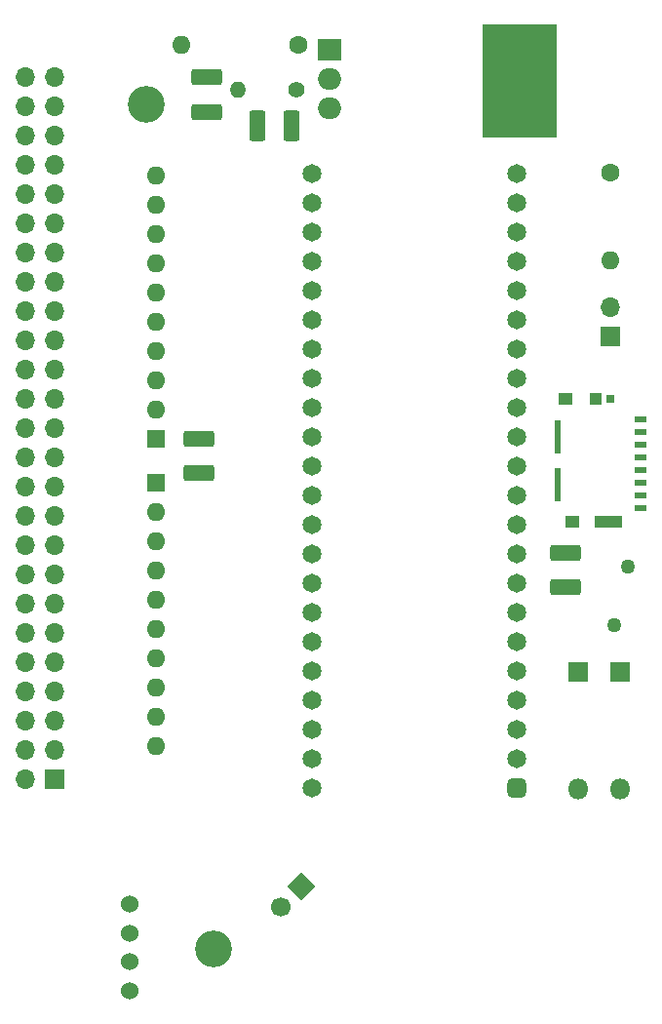
<source format=gbr>
%TF.GenerationSoftware,KiCad,Pcbnew,(6.0.2)*%
%TF.CreationDate,2022-04-05T14:05:12-06:00*%
%TF.ProjectId,F4Lite_THTV1,46344c69-7465-45f5-9448-5456312e6b69,rev?*%
%TF.SameCoordinates,Original*%
%TF.FileFunction,Soldermask,Top*%
%TF.FilePolarity,Negative*%
%FSLAX46Y46*%
G04 Gerber Fmt 4.6, Leading zero omitted, Abs format (unit mm)*
G04 Created by KiCad (PCBNEW (6.0.2)) date 2022-04-05 14:05:12*
%MOMM*%
%LPD*%
G01*
G04 APERTURE LIST*
G04 Aperture macros list*
%AMRoundRect*
0 Rectangle with rounded corners*
0 $1 Rounding radius*
0 $2 $3 $4 $5 $6 $7 $8 $9 X,Y pos of 4 corners*
0 Add a 4 corners polygon primitive as box body*
4,1,4,$2,$3,$4,$5,$6,$7,$8,$9,$2,$3,0*
0 Add four circle primitives for the rounded corners*
1,1,$1+$1,$2,$3*
1,1,$1+$1,$4,$5*
1,1,$1+$1,$6,$7*
1,1,$1+$1,$8,$9*
0 Add four rect primitives between the rounded corners*
20,1,$1+$1,$2,$3,$4,$5,0*
20,1,$1+$1,$4,$5,$6,$7,0*
20,1,$1+$1,$6,$7,$8,$9,0*
20,1,$1+$1,$8,$9,$2,$3,0*%
%AMHorizOval*
0 Thick line with rounded ends*
0 $1 width*
0 $2 $3 position (X,Y) of the first rounded end (center of the circle)*
0 $4 $5 position (X,Y) of the second rounded end (center of the circle)*
0 Add line between two ends*
20,1,$1,$2,$3,$4,$5,0*
0 Add two circle primitives to create the rounded ends*
1,1,$1,$2,$3*
1,1,$1,$4,$5*%
%AMRotRect*
0 Rectangle, with rotation*
0 The origin of the aperture is its center*
0 $1 length*
0 $2 width*
0 $3 Rotation angle, in degrees counterclockwise*
0 Add horizontal line*
21,1,$1,$2,0,0,$3*%
G04 Aperture macros list end*
%ADD10C,0.100000*%
%ADD11R,1.700000X1.700000*%
%ADD12O,1.700000X1.700000*%
%ADD13C,1.524000*%
%ADD14C,3.200000*%
%ADD15RoundRect,0.250001X0.462499X1.074999X-0.462499X1.074999X-0.462499X-1.074999X0.462499X-1.074999X0*%
%ADD16RoundRect,0.250001X-1.074999X0.462499X-1.074999X-0.462499X1.074999X-0.462499X1.074999X0.462499X0*%
%ADD17R,0.550000X2.910000*%
%ADD18R,1.000000X0.500000*%
%ADD19R,0.780000X0.720000*%
%ADD20R,1.200000X1.050000*%
%ADD21R,2.390000X1.050000*%
%ADD22R,1.080000X1.050000*%
%ADD23C,1.270000*%
%ADD24C,1.600000*%
%ADD25O,1.600000X1.600000*%
%ADD26C,1.400000*%
%ADD27O,1.400000X1.400000*%
%ADD28R,1.600000X1.600000*%
%ADD29O,3.500000X3.500000*%
%ADD30R,2.000000X1.905000*%
%ADD31O,2.000000X1.905000*%
%ADD32RotRect,1.700000X1.700000X315.000000*%
%ADD33HorizOval,1.700000X0.000000X0.000000X0.000000X0.000000X0*%
%ADD34R,1.800000X1.800000*%
%ADD35O,1.800000X1.800000*%
%ADD36RoundRect,0.412500X0.412500X0.412500X-0.412500X0.412500X-0.412500X-0.412500X0.412500X-0.412500X0*%
%ADD37C,1.650000*%
G04 APERTURE END LIST*
D10*
X153670000Y-75628500D02*
X147320000Y-75628500D01*
X147320000Y-75628500D02*
X147320000Y-65913000D01*
X147320000Y-65913000D02*
X153670000Y-65913000D01*
X153670000Y-65913000D02*
X153670000Y-75628500D01*
G36*
X153670000Y-75628500D02*
G01*
X147320000Y-75628500D01*
X147320000Y-65913000D01*
X153670000Y-65913000D01*
X153670000Y-75628500D01*
G37*
X153670000Y-75628500D02*
X147320000Y-75628500D01*
X147320000Y-65913000D01*
X153670000Y-65913000D01*
X153670000Y-75628500D01*
D11*
%TO.C,J4*%
X110200000Y-131400000D03*
D12*
X107660000Y-131400000D03*
X110200000Y-128860000D03*
X107660000Y-128860000D03*
X110200000Y-126320000D03*
X107660000Y-126320000D03*
X110200000Y-123780000D03*
X107660000Y-123780000D03*
X110200000Y-121240000D03*
X107660000Y-121240000D03*
X110200000Y-118700000D03*
X107660000Y-118700000D03*
X110200000Y-116160000D03*
X107660000Y-116160000D03*
X110200000Y-113620000D03*
X107660000Y-113620000D03*
X110200000Y-111080000D03*
X107660000Y-111080000D03*
X110200000Y-108540000D03*
X107660000Y-108540000D03*
X110200000Y-106000000D03*
X107660000Y-106000000D03*
X110200000Y-103460000D03*
X107660000Y-103460000D03*
X110200000Y-100920000D03*
X107660000Y-100920000D03*
X110200000Y-98380000D03*
X107660000Y-98380000D03*
X110200000Y-95840000D03*
X107660000Y-95840000D03*
X110200000Y-93300000D03*
X107660000Y-93300000D03*
X110200000Y-90760000D03*
X107660000Y-90760000D03*
X110200000Y-88220000D03*
X107660000Y-88220000D03*
X110200000Y-85680000D03*
X107660000Y-85680000D03*
X110200000Y-83140000D03*
X107660000Y-83140000D03*
X110200000Y-80600000D03*
X107660000Y-80600000D03*
X110200000Y-78060000D03*
X107660000Y-78060000D03*
X110200000Y-75520000D03*
X107660000Y-75520000D03*
X110200000Y-72980000D03*
X107660000Y-72980000D03*
X110200000Y-70440000D03*
X107660000Y-70440000D03*
%TD*%
D13*
%TO.C,J2*%
X116666000Y-149794600D03*
X116666000Y-147294600D03*
X116666000Y-144794600D03*
X116666000Y-142294600D03*
%TD*%
D14*
%TO.C,REF\u002A\u002A*%
X123952000Y-146177000D03*
%TD*%
%TO.C,REF\u002A\u002A*%
X118110000Y-72834500D03*
%TD*%
D15*
%TO.C,C2*%
X130746500Y-74676000D03*
X127771500Y-74676000D03*
%TD*%
D16*
%TO.C,C3*%
X122682000Y-101854000D03*
X122682000Y-104829000D03*
%TD*%
D17*
%TO.C,J5*%
X153860720Y-105890520D03*
X153860720Y-101700520D03*
D18*
X161095720Y-100195520D03*
X161095720Y-101295520D03*
X161095720Y-102395520D03*
X161095720Y-103495520D03*
X161095720Y-104595520D03*
X161095720Y-105695520D03*
X161095720Y-106795520D03*
X161095720Y-107895520D03*
D19*
X158415720Y-98435520D03*
D20*
X155105720Y-109070520D03*
D21*
X158290720Y-109070520D03*
D20*
X154535720Y-98425520D03*
D22*
X157145720Y-98435520D03*
%TD*%
D23*
%TO.C,F1*%
X158790640Y-118038880D03*
X159933640Y-112958880D03*
%TD*%
D16*
%TO.C,C1*%
X123380500Y-70494500D03*
X123380500Y-73469500D03*
%TD*%
D24*
%TO.C,R1*%
X131318000Y-67691000D03*
D25*
X121158000Y-67691000D03*
%TD*%
D26*
%TO.C,R2*%
X131191000Y-71564500D03*
D27*
X126111000Y-71564500D03*
%TD*%
D28*
%TO.C,RN1*%
X118999000Y-105664000D03*
D25*
X118999000Y-108204000D03*
X118999000Y-110744000D03*
X118999000Y-113284000D03*
X118999000Y-115824000D03*
X118999000Y-118364000D03*
X118999000Y-120904000D03*
X118999000Y-123444000D03*
X118999000Y-125984000D03*
X118999000Y-128524000D03*
%TD*%
D28*
%TO.C,RN2*%
X118999000Y-101854000D03*
D25*
X118999000Y-99314000D03*
X118999000Y-96774000D03*
X118999000Y-94234000D03*
X118999000Y-91694000D03*
X118999000Y-89154000D03*
X118999000Y-86614000D03*
X118999000Y-84074000D03*
X118999000Y-81534000D03*
X118999000Y-78994000D03*
%TD*%
D29*
%TO.C,U1*%
X150708500Y-70612000D03*
D30*
X134048500Y-68072000D03*
D31*
X134048500Y-70612000D03*
X134048500Y-73152000D03*
%TD*%
D32*
%TO.C,J1*%
X131615180Y-140736320D03*
D33*
X129819129Y-142532371D03*
%TD*%
D34*
%TO.C,D1*%
X159290000Y-122120000D03*
D35*
X159290000Y-132280000D03*
%TD*%
D34*
%TO.C,D2*%
X155610000Y-122140000D03*
D35*
X155610000Y-132300000D03*
%TD*%
D16*
%TO.C,C4*%
X154533600Y-111775240D03*
X154533600Y-114750240D03*
%TD*%
D11*
%TO.C,J3*%
X158452820Y-92971620D03*
D12*
X158452820Y-90431620D03*
%TD*%
D24*
%TO.C,R3*%
X158432500Y-78734920D03*
D25*
X158432500Y-86354920D03*
%TD*%
D36*
%TO.C,U2*%
X150322280Y-132189220D03*
D37*
X150322280Y-129649220D03*
X150322280Y-127109220D03*
X150322280Y-124569220D03*
X150322280Y-122029220D03*
X150322280Y-119489220D03*
X150322280Y-116949220D03*
X150322280Y-114409220D03*
X150322280Y-111869220D03*
X150322280Y-109329220D03*
X150322280Y-106789220D03*
X150322280Y-104249220D03*
X150322280Y-101709220D03*
X150322280Y-99169220D03*
X150322280Y-96629220D03*
X150322280Y-94089220D03*
X150322280Y-91549220D03*
X150322280Y-89009220D03*
X150322280Y-86469220D03*
X150322280Y-83929220D03*
X150322280Y-81389220D03*
X150322280Y-78849220D03*
X132542280Y-78849220D03*
X132542280Y-81389220D03*
X132542280Y-83929220D03*
X132542280Y-86469220D03*
X132542280Y-89009220D03*
X132542280Y-91549220D03*
X132542280Y-94089220D03*
X132542280Y-96629220D03*
X132542280Y-99169220D03*
X132542280Y-101709220D03*
X132542280Y-104249220D03*
X132542280Y-106789220D03*
X132542280Y-109329220D03*
X132542280Y-111869220D03*
X132542280Y-114409220D03*
X132542280Y-116949220D03*
X132542280Y-119489220D03*
X132542280Y-122029220D03*
X132542280Y-124569220D03*
X132542280Y-127109220D03*
X132542280Y-129649220D03*
X132542280Y-132189220D03*
%TD*%
M02*

</source>
